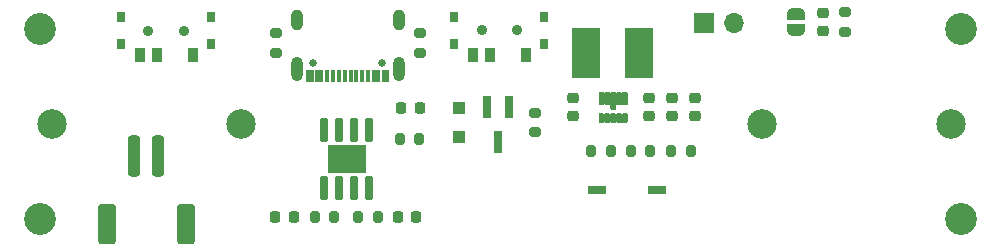
<source format=gbr>
%TF.GenerationSoftware,KiCad,Pcbnew,(6.0.11-0)*%
%TF.CreationDate,2024-11-14T16:08:27+08:00*%
%TF.ProjectId,Li-Po_charger,4c692d50-6f5f-4636-9861-726765722e6b,V1.0*%
%TF.SameCoordinates,Original*%
%TF.FileFunction,Soldermask,Top*%
%TF.FilePolarity,Negative*%
%FSLAX46Y46*%
G04 Gerber Fmt 4.6, Leading zero omitted, Abs format (unit mm)*
G04 Created by KiCad (PCBNEW (6.0.11-0)) date 2024-11-14 16:08:27*
%MOMM*%
%LPD*%
G01*
G04 APERTURE LIST*
G04 Aperture macros list*
%AMRoundRect*
0 Rectangle with rounded corners*
0 $1 Rounding radius*
0 $2 $3 $4 $5 $6 $7 $8 $9 X,Y pos of 4 corners*
0 Add a 4 corners polygon primitive as box body*
4,1,4,$2,$3,$4,$5,$6,$7,$8,$9,$2,$3,0*
0 Add four circle primitives for the rounded corners*
1,1,$1+$1,$2,$3*
1,1,$1+$1,$4,$5*
1,1,$1+$1,$6,$7*
1,1,$1+$1,$8,$9*
0 Add four rect primitives between the rounded corners*
20,1,$1+$1,$2,$3,$4,$5,0*
20,1,$1+$1,$4,$5,$6,$7,0*
20,1,$1+$1,$6,$7,$8,$9,0*
20,1,$1+$1,$8,$9,$2,$3,0*%
%AMFreePoly0*
4,1,22,0.500000,-0.750000,0.000000,-0.750000,0.000000,-0.745033,-0.079941,-0.743568,-0.215256,-0.701293,-0.333266,-0.622738,-0.424486,-0.514219,-0.481581,-0.384460,-0.499164,-0.250000,-0.500000,-0.250000,-0.500000,0.250000,-0.499164,0.250000,-0.499963,0.256109,-0.478152,0.396186,-0.417904,0.524511,-0.324060,0.630769,-0.204165,0.706417,-0.067858,0.745374,0.000000,0.744959,0.000000,0.750000,
0.500000,0.750000,0.500000,-0.750000,0.500000,-0.750000,$1*%
%AMFreePoly1*
4,1,20,0.000000,0.744959,0.073905,0.744508,0.209726,0.703889,0.328688,0.626782,0.421226,0.519385,0.479903,0.390333,0.500000,0.250000,0.500000,-0.250000,0.499851,-0.262216,0.476331,-0.402017,0.414519,-0.529596,0.319384,-0.634700,0.198574,-0.708877,0.061801,-0.746166,0.000000,-0.745033,0.000000,-0.750000,-0.500000,-0.750000,-0.500000,0.750000,0.000000,0.750000,0.000000,0.744959,
0.000000,0.744959,$1*%
G04 Aperture macros list end*
%ADD10C,0.010000*%
%ADD11RoundRect,0.200000X-0.200000X-0.275000X0.200000X-0.275000X0.200000X0.275000X-0.200000X0.275000X0*%
%ADD12RoundRect,0.218750X-0.256250X0.218750X-0.256250X-0.218750X0.256250X-0.218750X0.256250X0.218750X0*%
%ADD13R,1.700000X1.700000*%
%ADD14O,1.700000X1.700000*%
%ADD15RoundRect,0.200000X0.200000X0.275000X-0.200000X0.275000X-0.200000X-0.275000X0.200000X-0.275000X0*%
%ADD16RoundRect,0.225000X-0.250000X0.225000X-0.250000X-0.225000X0.250000X-0.225000X0.250000X0.225000X0*%
%ADD17RoundRect,0.042000X-0.258000X0.943000X-0.258000X-0.943000X0.258000X-0.943000X0.258000X0.943000X0*%
%ADD18R,3.302000X2.413000*%
%ADD19RoundRect,0.200000X-0.275000X0.200000X-0.275000X-0.200000X0.275000X-0.200000X0.275000X0.200000X0*%
%ADD20RoundRect,0.218750X0.218750X0.256250X-0.218750X0.256250X-0.218750X-0.256250X0.218750X-0.256250X0*%
%ADD21C,2.700000*%
%ADD22RoundRect,0.200000X0.275000X-0.200000X0.275000X0.200000X-0.275000X0.200000X-0.275000X-0.200000X0*%
%ADD23RoundRect,0.218750X-0.218750X-0.256250X0.218750X-0.256250X0.218750X0.256250X-0.218750X0.256250X0*%
%ADD24R,1.600000X0.760000*%
%ADD25R,0.800000X0.930000*%
%ADD26C,0.900000*%
%ADD27R,0.900000X1.250000*%
%ADD28R,1.000000X1.000000*%
%ADD29FreePoly0,90.000000*%
%ADD30FreePoly1,90.000000*%
%ADD31RoundRect,0.250000X-0.250000X-1.500000X0.250000X-1.500000X0.250000X1.500000X-0.250000X1.500000X0*%
%ADD32RoundRect,0.250001X-0.499999X-1.449999X0.499999X-1.449999X0.499999X1.449999X-0.499999X1.449999X0*%
%ADD33R,0.800000X1.900000*%
%ADD34R,2.400000X4.200000*%
%ADD35C,0.650000*%
%ADD36R,0.300000X1.140000*%
%ADD37O,1.000000X2.100000*%
%ADD38O,1.000000X1.800000*%
%ADD39RoundRect,0.225000X-0.225000X-0.250000X0.225000X-0.250000X0.225000X0.250000X-0.225000X0.250000X0*%
%ADD40C,2.500000*%
G04 APERTURE END LIST*
%TO.C,U2*%
G36*
X126588000Y-72131000D02*
G01*
X126594000Y-72131000D01*
X126600000Y-72133000D01*
X126606000Y-72134000D01*
X126624000Y-72140000D01*
X126629000Y-72143000D01*
X126635000Y-72146000D01*
X126640000Y-72149000D01*
X126646000Y-72153000D01*
X126651000Y-72157000D01*
X126655000Y-72161000D01*
X126660000Y-72165000D01*
X126664000Y-72170000D01*
X126668000Y-72174000D01*
X126672000Y-72179000D01*
X126676000Y-72185000D01*
X126679000Y-72190000D01*
X126682000Y-72196000D01*
X126685000Y-72201000D01*
X126691000Y-72219000D01*
X126692000Y-72225000D01*
X126694000Y-72231000D01*
X126694000Y-72237000D01*
X126695000Y-72244000D01*
X126695000Y-72756000D01*
X126694000Y-72763000D01*
X126694000Y-72769000D01*
X126692000Y-72775000D01*
X126691000Y-72781000D01*
X126685000Y-72799000D01*
X126682000Y-72804000D01*
X126679000Y-72810000D01*
X126676000Y-72815000D01*
X126672000Y-72821000D01*
X126668000Y-72826000D01*
X126664000Y-72830000D01*
X126660000Y-72835000D01*
X126655000Y-72839000D01*
X126651000Y-72843000D01*
X126646000Y-72847000D01*
X126640000Y-72851000D01*
X126635000Y-72854000D01*
X126629000Y-72857000D01*
X126624000Y-72860000D01*
X126606000Y-72866000D01*
X126600000Y-72867000D01*
X126594000Y-72869000D01*
X126588000Y-72869000D01*
X126581000Y-72870000D01*
X126419000Y-72870000D01*
X126412000Y-72869000D01*
X126406000Y-72869000D01*
X126400000Y-72867000D01*
X126394000Y-72866000D01*
X126376000Y-72860000D01*
X126371000Y-72857000D01*
X126365000Y-72854000D01*
X126360000Y-72851000D01*
X126354000Y-72847000D01*
X126349000Y-72843000D01*
X126345000Y-72839000D01*
X126340000Y-72835000D01*
X126336000Y-72830000D01*
X126332000Y-72826000D01*
X126328000Y-72821000D01*
X126324000Y-72815000D01*
X126321000Y-72810000D01*
X126318000Y-72804000D01*
X126315000Y-72799000D01*
X126309000Y-72781000D01*
X126308000Y-72775000D01*
X126306000Y-72769000D01*
X126306000Y-72763000D01*
X126305000Y-72756000D01*
X126305000Y-72244000D01*
X126306000Y-72237000D01*
X126306000Y-72231000D01*
X126308000Y-72225000D01*
X126309000Y-72219000D01*
X126315000Y-72201000D01*
X126318000Y-72196000D01*
X126321000Y-72190000D01*
X126324000Y-72185000D01*
X126328000Y-72179000D01*
X126332000Y-72174000D01*
X126336000Y-72170000D01*
X126340000Y-72165000D01*
X126345000Y-72161000D01*
X126349000Y-72157000D01*
X126354000Y-72153000D01*
X126360000Y-72149000D01*
X126365000Y-72146000D01*
X126371000Y-72143000D01*
X126376000Y-72140000D01*
X126394000Y-72134000D01*
X126400000Y-72133000D01*
X126406000Y-72131000D01*
X126412000Y-72131000D01*
X126419000Y-72130000D01*
X126581000Y-72130000D01*
X126588000Y-72131000D01*
G37*
D10*
X126588000Y-72131000D02*
X126594000Y-72131000D01*
X126600000Y-72133000D01*
X126606000Y-72134000D01*
X126624000Y-72140000D01*
X126629000Y-72143000D01*
X126635000Y-72146000D01*
X126640000Y-72149000D01*
X126646000Y-72153000D01*
X126651000Y-72157000D01*
X126655000Y-72161000D01*
X126660000Y-72165000D01*
X126664000Y-72170000D01*
X126668000Y-72174000D01*
X126672000Y-72179000D01*
X126676000Y-72185000D01*
X126679000Y-72190000D01*
X126682000Y-72196000D01*
X126685000Y-72201000D01*
X126691000Y-72219000D01*
X126692000Y-72225000D01*
X126694000Y-72231000D01*
X126694000Y-72237000D01*
X126695000Y-72244000D01*
X126695000Y-72756000D01*
X126694000Y-72763000D01*
X126694000Y-72769000D01*
X126692000Y-72775000D01*
X126691000Y-72781000D01*
X126685000Y-72799000D01*
X126682000Y-72804000D01*
X126679000Y-72810000D01*
X126676000Y-72815000D01*
X126672000Y-72821000D01*
X126668000Y-72826000D01*
X126664000Y-72830000D01*
X126660000Y-72835000D01*
X126655000Y-72839000D01*
X126651000Y-72843000D01*
X126646000Y-72847000D01*
X126640000Y-72851000D01*
X126635000Y-72854000D01*
X126629000Y-72857000D01*
X126624000Y-72860000D01*
X126606000Y-72866000D01*
X126600000Y-72867000D01*
X126594000Y-72869000D01*
X126588000Y-72869000D01*
X126581000Y-72870000D01*
X126419000Y-72870000D01*
X126412000Y-72869000D01*
X126406000Y-72869000D01*
X126400000Y-72867000D01*
X126394000Y-72866000D01*
X126376000Y-72860000D01*
X126371000Y-72857000D01*
X126365000Y-72854000D01*
X126360000Y-72851000D01*
X126354000Y-72847000D01*
X126349000Y-72843000D01*
X126345000Y-72839000D01*
X126340000Y-72835000D01*
X126336000Y-72830000D01*
X126332000Y-72826000D01*
X126328000Y-72821000D01*
X126324000Y-72815000D01*
X126321000Y-72810000D01*
X126318000Y-72804000D01*
X126315000Y-72799000D01*
X126309000Y-72781000D01*
X126308000Y-72775000D01*
X126306000Y-72769000D01*
X126306000Y-72763000D01*
X126305000Y-72756000D01*
X126305000Y-72244000D01*
X126306000Y-72237000D01*
X126306000Y-72231000D01*
X126308000Y-72225000D01*
X126309000Y-72219000D01*
X126315000Y-72201000D01*
X126318000Y-72196000D01*
X126321000Y-72190000D01*
X126324000Y-72185000D01*
X126328000Y-72179000D01*
X126332000Y-72174000D01*
X126336000Y-72170000D01*
X126340000Y-72165000D01*
X126345000Y-72161000D01*
X126349000Y-72157000D01*
X126354000Y-72153000D01*
X126360000Y-72149000D01*
X126365000Y-72146000D01*
X126371000Y-72143000D01*
X126376000Y-72140000D01*
X126394000Y-72134000D01*
X126400000Y-72133000D01*
X126406000Y-72131000D01*
X126412000Y-72131000D01*
X126419000Y-72130000D01*
X126581000Y-72130000D01*
X126588000Y-72131000D01*
G36*
X125588000Y-72131000D02*
G01*
X125594000Y-72131000D01*
X125600000Y-72133000D01*
X125606000Y-72134000D01*
X125624000Y-72140000D01*
X125629000Y-72143000D01*
X125635000Y-72146000D01*
X125640000Y-72149000D01*
X125646000Y-72153000D01*
X125651000Y-72157000D01*
X125655000Y-72161000D01*
X125660000Y-72165000D01*
X125664000Y-72170000D01*
X125668000Y-72174000D01*
X125672000Y-72179000D01*
X125676000Y-72185000D01*
X125679000Y-72190000D01*
X125682000Y-72196000D01*
X125685000Y-72201000D01*
X125691000Y-72219000D01*
X125692000Y-72225000D01*
X125694000Y-72231000D01*
X125694000Y-72237000D01*
X125695000Y-72244000D01*
X125695000Y-72756000D01*
X125694000Y-72763000D01*
X125694000Y-72769000D01*
X125692000Y-72775000D01*
X125691000Y-72781000D01*
X125685000Y-72799000D01*
X125682000Y-72804000D01*
X125679000Y-72810000D01*
X125676000Y-72815000D01*
X125672000Y-72821000D01*
X125668000Y-72826000D01*
X125664000Y-72830000D01*
X125660000Y-72835000D01*
X125655000Y-72839000D01*
X125651000Y-72843000D01*
X125646000Y-72847000D01*
X125640000Y-72851000D01*
X125635000Y-72854000D01*
X125629000Y-72857000D01*
X125624000Y-72860000D01*
X125606000Y-72866000D01*
X125600000Y-72867000D01*
X125594000Y-72869000D01*
X125588000Y-72869000D01*
X125581000Y-72870000D01*
X125419000Y-72870000D01*
X125412000Y-72869000D01*
X125406000Y-72869000D01*
X125400000Y-72867000D01*
X125394000Y-72866000D01*
X125376000Y-72860000D01*
X125371000Y-72857000D01*
X125365000Y-72854000D01*
X125360000Y-72851000D01*
X125354000Y-72847000D01*
X125349000Y-72843000D01*
X125345000Y-72839000D01*
X125340000Y-72835000D01*
X125336000Y-72830000D01*
X125332000Y-72826000D01*
X125328000Y-72821000D01*
X125324000Y-72815000D01*
X125321000Y-72810000D01*
X125318000Y-72804000D01*
X125315000Y-72799000D01*
X125309000Y-72781000D01*
X125308000Y-72775000D01*
X125306000Y-72769000D01*
X125306000Y-72763000D01*
X125305000Y-72756000D01*
X125305000Y-72244000D01*
X125306000Y-72237000D01*
X125306000Y-72231000D01*
X125308000Y-72225000D01*
X125309000Y-72219000D01*
X125315000Y-72201000D01*
X125318000Y-72196000D01*
X125321000Y-72190000D01*
X125324000Y-72185000D01*
X125328000Y-72179000D01*
X125332000Y-72174000D01*
X125336000Y-72170000D01*
X125340000Y-72165000D01*
X125345000Y-72161000D01*
X125349000Y-72157000D01*
X125354000Y-72153000D01*
X125360000Y-72149000D01*
X125365000Y-72146000D01*
X125371000Y-72143000D01*
X125376000Y-72140000D01*
X125394000Y-72134000D01*
X125400000Y-72133000D01*
X125406000Y-72131000D01*
X125412000Y-72131000D01*
X125419000Y-72130000D01*
X125581000Y-72130000D01*
X125588000Y-72131000D01*
G37*
X125588000Y-72131000D02*
X125594000Y-72131000D01*
X125600000Y-72133000D01*
X125606000Y-72134000D01*
X125624000Y-72140000D01*
X125629000Y-72143000D01*
X125635000Y-72146000D01*
X125640000Y-72149000D01*
X125646000Y-72153000D01*
X125651000Y-72157000D01*
X125655000Y-72161000D01*
X125660000Y-72165000D01*
X125664000Y-72170000D01*
X125668000Y-72174000D01*
X125672000Y-72179000D01*
X125676000Y-72185000D01*
X125679000Y-72190000D01*
X125682000Y-72196000D01*
X125685000Y-72201000D01*
X125691000Y-72219000D01*
X125692000Y-72225000D01*
X125694000Y-72231000D01*
X125694000Y-72237000D01*
X125695000Y-72244000D01*
X125695000Y-72756000D01*
X125694000Y-72763000D01*
X125694000Y-72769000D01*
X125692000Y-72775000D01*
X125691000Y-72781000D01*
X125685000Y-72799000D01*
X125682000Y-72804000D01*
X125679000Y-72810000D01*
X125676000Y-72815000D01*
X125672000Y-72821000D01*
X125668000Y-72826000D01*
X125664000Y-72830000D01*
X125660000Y-72835000D01*
X125655000Y-72839000D01*
X125651000Y-72843000D01*
X125646000Y-72847000D01*
X125640000Y-72851000D01*
X125635000Y-72854000D01*
X125629000Y-72857000D01*
X125624000Y-72860000D01*
X125606000Y-72866000D01*
X125600000Y-72867000D01*
X125594000Y-72869000D01*
X125588000Y-72869000D01*
X125581000Y-72870000D01*
X125419000Y-72870000D01*
X125412000Y-72869000D01*
X125406000Y-72869000D01*
X125400000Y-72867000D01*
X125394000Y-72866000D01*
X125376000Y-72860000D01*
X125371000Y-72857000D01*
X125365000Y-72854000D01*
X125360000Y-72851000D01*
X125354000Y-72847000D01*
X125349000Y-72843000D01*
X125345000Y-72839000D01*
X125340000Y-72835000D01*
X125336000Y-72830000D01*
X125332000Y-72826000D01*
X125328000Y-72821000D01*
X125324000Y-72815000D01*
X125321000Y-72810000D01*
X125318000Y-72804000D01*
X125315000Y-72799000D01*
X125309000Y-72781000D01*
X125308000Y-72775000D01*
X125306000Y-72769000D01*
X125306000Y-72763000D01*
X125305000Y-72756000D01*
X125305000Y-72244000D01*
X125306000Y-72237000D01*
X125306000Y-72231000D01*
X125308000Y-72225000D01*
X125309000Y-72219000D01*
X125315000Y-72201000D01*
X125318000Y-72196000D01*
X125321000Y-72190000D01*
X125324000Y-72185000D01*
X125328000Y-72179000D01*
X125332000Y-72174000D01*
X125336000Y-72170000D01*
X125340000Y-72165000D01*
X125345000Y-72161000D01*
X125349000Y-72157000D01*
X125354000Y-72153000D01*
X125360000Y-72149000D01*
X125365000Y-72146000D01*
X125371000Y-72143000D01*
X125376000Y-72140000D01*
X125394000Y-72134000D01*
X125400000Y-72133000D01*
X125406000Y-72131000D01*
X125412000Y-72131000D01*
X125419000Y-72130000D01*
X125581000Y-72130000D01*
X125588000Y-72131000D01*
G36*
X126588000Y-70331000D02*
G01*
X126594000Y-70331000D01*
X126600000Y-70333000D01*
X126606000Y-70334000D01*
X126624000Y-70340000D01*
X126629000Y-70343000D01*
X126635000Y-70346000D01*
X126640000Y-70349000D01*
X126646000Y-70353000D01*
X126651000Y-70357000D01*
X126655000Y-70361000D01*
X126660000Y-70365000D01*
X126664000Y-70370000D01*
X126668000Y-70374000D01*
X126672000Y-70379000D01*
X126676000Y-70385000D01*
X126679000Y-70390000D01*
X126682000Y-70396000D01*
X126685000Y-70401000D01*
X126691000Y-70419000D01*
X126692000Y-70425000D01*
X126694000Y-70431000D01*
X126694000Y-70437000D01*
X126695000Y-70444000D01*
X126695000Y-71656000D01*
X126694000Y-71663000D01*
X126694000Y-71669000D01*
X126692000Y-71675000D01*
X126691000Y-71681000D01*
X126685000Y-71699000D01*
X126682000Y-71704000D01*
X126679000Y-71710000D01*
X126676000Y-71715000D01*
X126672000Y-71721000D01*
X126668000Y-71726000D01*
X126664000Y-71730000D01*
X126660000Y-71735000D01*
X126655000Y-71739000D01*
X126651000Y-71743000D01*
X126646000Y-71747000D01*
X126640000Y-71751000D01*
X126635000Y-71754000D01*
X126629000Y-71757000D01*
X126624000Y-71760000D01*
X126606000Y-71766000D01*
X126600000Y-71767000D01*
X126594000Y-71769000D01*
X126588000Y-71769000D01*
X126581000Y-71770000D01*
X126419000Y-71770000D01*
X126412000Y-71769000D01*
X126406000Y-71769000D01*
X126400000Y-71767000D01*
X126394000Y-71766000D01*
X126376000Y-71760000D01*
X126371000Y-71757000D01*
X126365000Y-71754000D01*
X126360000Y-71751000D01*
X126354000Y-71747000D01*
X126349000Y-71743000D01*
X126345000Y-71739000D01*
X126340000Y-71735000D01*
X126336000Y-71730000D01*
X126332000Y-71726000D01*
X126328000Y-71721000D01*
X126324000Y-71715000D01*
X126321000Y-71710000D01*
X126318000Y-71704000D01*
X126315000Y-71699000D01*
X126309000Y-71681000D01*
X126308000Y-71675000D01*
X126306000Y-71669000D01*
X126306000Y-71663000D01*
X126305000Y-71656000D01*
X126305000Y-70444000D01*
X126306000Y-70437000D01*
X126306000Y-70431000D01*
X126308000Y-70425000D01*
X126309000Y-70419000D01*
X126315000Y-70401000D01*
X126318000Y-70396000D01*
X126321000Y-70390000D01*
X126324000Y-70385000D01*
X126328000Y-70379000D01*
X126332000Y-70374000D01*
X126336000Y-70370000D01*
X126340000Y-70365000D01*
X126345000Y-70361000D01*
X126349000Y-70357000D01*
X126354000Y-70353000D01*
X126360000Y-70349000D01*
X126365000Y-70346000D01*
X126371000Y-70343000D01*
X126376000Y-70340000D01*
X126394000Y-70334000D01*
X126400000Y-70333000D01*
X126406000Y-70331000D01*
X126412000Y-70331000D01*
X126419000Y-70330000D01*
X126581000Y-70330000D01*
X126588000Y-70331000D01*
G37*
X126588000Y-70331000D02*
X126594000Y-70331000D01*
X126600000Y-70333000D01*
X126606000Y-70334000D01*
X126624000Y-70340000D01*
X126629000Y-70343000D01*
X126635000Y-70346000D01*
X126640000Y-70349000D01*
X126646000Y-70353000D01*
X126651000Y-70357000D01*
X126655000Y-70361000D01*
X126660000Y-70365000D01*
X126664000Y-70370000D01*
X126668000Y-70374000D01*
X126672000Y-70379000D01*
X126676000Y-70385000D01*
X126679000Y-70390000D01*
X126682000Y-70396000D01*
X126685000Y-70401000D01*
X126691000Y-70419000D01*
X126692000Y-70425000D01*
X126694000Y-70431000D01*
X126694000Y-70437000D01*
X126695000Y-70444000D01*
X126695000Y-71656000D01*
X126694000Y-71663000D01*
X126694000Y-71669000D01*
X126692000Y-71675000D01*
X126691000Y-71681000D01*
X126685000Y-71699000D01*
X126682000Y-71704000D01*
X126679000Y-71710000D01*
X126676000Y-71715000D01*
X126672000Y-71721000D01*
X126668000Y-71726000D01*
X126664000Y-71730000D01*
X126660000Y-71735000D01*
X126655000Y-71739000D01*
X126651000Y-71743000D01*
X126646000Y-71747000D01*
X126640000Y-71751000D01*
X126635000Y-71754000D01*
X126629000Y-71757000D01*
X126624000Y-71760000D01*
X126606000Y-71766000D01*
X126600000Y-71767000D01*
X126594000Y-71769000D01*
X126588000Y-71769000D01*
X126581000Y-71770000D01*
X126419000Y-71770000D01*
X126412000Y-71769000D01*
X126406000Y-71769000D01*
X126400000Y-71767000D01*
X126394000Y-71766000D01*
X126376000Y-71760000D01*
X126371000Y-71757000D01*
X126365000Y-71754000D01*
X126360000Y-71751000D01*
X126354000Y-71747000D01*
X126349000Y-71743000D01*
X126345000Y-71739000D01*
X126340000Y-71735000D01*
X126336000Y-71730000D01*
X126332000Y-71726000D01*
X126328000Y-71721000D01*
X126324000Y-71715000D01*
X126321000Y-71710000D01*
X126318000Y-71704000D01*
X126315000Y-71699000D01*
X126309000Y-71681000D01*
X126308000Y-71675000D01*
X126306000Y-71669000D01*
X126306000Y-71663000D01*
X126305000Y-71656000D01*
X126305000Y-70444000D01*
X126306000Y-70437000D01*
X126306000Y-70431000D01*
X126308000Y-70425000D01*
X126309000Y-70419000D01*
X126315000Y-70401000D01*
X126318000Y-70396000D01*
X126321000Y-70390000D01*
X126324000Y-70385000D01*
X126328000Y-70379000D01*
X126332000Y-70374000D01*
X126336000Y-70370000D01*
X126340000Y-70365000D01*
X126345000Y-70361000D01*
X126349000Y-70357000D01*
X126354000Y-70353000D01*
X126360000Y-70349000D01*
X126365000Y-70346000D01*
X126371000Y-70343000D01*
X126376000Y-70340000D01*
X126394000Y-70334000D01*
X126400000Y-70333000D01*
X126406000Y-70331000D01*
X126412000Y-70331000D01*
X126419000Y-70330000D01*
X126581000Y-70330000D01*
X126588000Y-70331000D01*
G36*
X127588000Y-70331000D02*
G01*
X127594000Y-70331000D01*
X127600000Y-70333000D01*
X127606000Y-70334000D01*
X127624000Y-70340000D01*
X127629000Y-70343000D01*
X127635000Y-70346000D01*
X127640000Y-70349000D01*
X127646000Y-70353000D01*
X127651000Y-70357000D01*
X127655000Y-70361000D01*
X127660000Y-70365000D01*
X127664000Y-70370000D01*
X127668000Y-70374000D01*
X127672000Y-70379000D01*
X127676000Y-70385000D01*
X127679000Y-70390000D01*
X127682000Y-70396000D01*
X127685000Y-70401000D01*
X127691000Y-70419000D01*
X127692000Y-70425000D01*
X127694000Y-70431000D01*
X127694000Y-70437000D01*
X127695000Y-70444000D01*
X127695000Y-71256000D01*
X127694000Y-71263000D01*
X127694000Y-71269000D01*
X127692000Y-71275000D01*
X127691000Y-71281000D01*
X127685000Y-71299000D01*
X127682000Y-71304000D01*
X127679000Y-71310000D01*
X127676000Y-71315000D01*
X127672000Y-71321000D01*
X127668000Y-71326000D01*
X127664000Y-71330000D01*
X127660000Y-71335000D01*
X127655000Y-71339000D01*
X127651000Y-71343000D01*
X127646000Y-71347000D01*
X127640000Y-71351000D01*
X127635000Y-71354000D01*
X127629000Y-71357000D01*
X127624000Y-71360000D01*
X127606000Y-71366000D01*
X127600000Y-71367000D01*
X127594000Y-71369000D01*
X127588000Y-71369000D01*
X127581000Y-71370000D01*
X127419000Y-71370000D01*
X127412000Y-71369000D01*
X127406000Y-71369000D01*
X127400000Y-71367000D01*
X127394000Y-71366000D01*
X127376000Y-71360000D01*
X127371000Y-71357000D01*
X127365000Y-71354000D01*
X127360000Y-71351000D01*
X127354000Y-71347000D01*
X127349000Y-71343000D01*
X127345000Y-71339000D01*
X127340000Y-71335000D01*
X127336000Y-71330000D01*
X127332000Y-71326000D01*
X127328000Y-71321000D01*
X127324000Y-71315000D01*
X127321000Y-71310000D01*
X127318000Y-71304000D01*
X127315000Y-71299000D01*
X127309000Y-71281000D01*
X127308000Y-71275000D01*
X127306000Y-71269000D01*
X127306000Y-71263000D01*
X127305000Y-71256000D01*
X127305000Y-70444000D01*
X127306000Y-70437000D01*
X127306000Y-70431000D01*
X127308000Y-70425000D01*
X127309000Y-70419000D01*
X127315000Y-70401000D01*
X127318000Y-70396000D01*
X127321000Y-70390000D01*
X127324000Y-70385000D01*
X127328000Y-70379000D01*
X127332000Y-70374000D01*
X127336000Y-70370000D01*
X127340000Y-70365000D01*
X127345000Y-70361000D01*
X127349000Y-70357000D01*
X127354000Y-70353000D01*
X127360000Y-70349000D01*
X127365000Y-70346000D01*
X127371000Y-70343000D01*
X127376000Y-70340000D01*
X127394000Y-70334000D01*
X127400000Y-70333000D01*
X127406000Y-70331000D01*
X127412000Y-70331000D01*
X127419000Y-70330000D01*
X127581000Y-70330000D01*
X127588000Y-70331000D01*
G37*
X127588000Y-70331000D02*
X127594000Y-70331000D01*
X127600000Y-70333000D01*
X127606000Y-70334000D01*
X127624000Y-70340000D01*
X127629000Y-70343000D01*
X127635000Y-70346000D01*
X127640000Y-70349000D01*
X127646000Y-70353000D01*
X127651000Y-70357000D01*
X127655000Y-70361000D01*
X127660000Y-70365000D01*
X127664000Y-70370000D01*
X127668000Y-70374000D01*
X127672000Y-70379000D01*
X127676000Y-70385000D01*
X127679000Y-70390000D01*
X127682000Y-70396000D01*
X127685000Y-70401000D01*
X127691000Y-70419000D01*
X127692000Y-70425000D01*
X127694000Y-70431000D01*
X127694000Y-70437000D01*
X127695000Y-70444000D01*
X127695000Y-71256000D01*
X127694000Y-71263000D01*
X127694000Y-71269000D01*
X127692000Y-71275000D01*
X127691000Y-71281000D01*
X127685000Y-71299000D01*
X127682000Y-71304000D01*
X127679000Y-71310000D01*
X127676000Y-71315000D01*
X127672000Y-71321000D01*
X127668000Y-71326000D01*
X127664000Y-71330000D01*
X127660000Y-71335000D01*
X127655000Y-71339000D01*
X127651000Y-71343000D01*
X127646000Y-71347000D01*
X127640000Y-71351000D01*
X127635000Y-71354000D01*
X127629000Y-71357000D01*
X127624000Y-71360000D01*
X127606000Y-71366000D01*
X127600000Y-71367000D01*
X127594000Y-71369000D01*
X127588000Y-71369000D01*
X127581000Y-71370000D01*
X127419000Y-71370000D01*
X127412000Y-71369000D01*
X127406000Y-71369000D01*
X127400000Y-71367000D01*
X127394000Y-71366000D01*
X127376000Y-71360000D01*
X127371000Y-71357000D01*
X127365000Y-71354000D01*
X127360000Y-71351000D01*
X127354000Y-71347000D01*
X127349000Y-71343000D01*
X127345000Y-71339000D01*
X127340000Y-71335000D01*
X127336000Y-71330000D01*
X127332000Y-71326000D01*
X127328000Y-71321000D01*
X127324000Y-71315000D01*
X127321000Y-71310000D01*
X127318000Y-71304000D01*
X127315000Y-71299000D01*
X127309000Y-71281000D01*
X127308000Y-71275000D01*
X127306000Y-71269000D01*
X127306000Y-71263000D01*
X127305000Y-71256000D01*
X127305000Y-70444000D01*
X127306000Y-70437000D01*
X127306000Y-70431000D01*
X127308000Y-70425000D01*
X127309000Y-70419000D01*
X127315000Y-70401000D01*
X127318000Y-70396000D01*
X127321000Y-70390000D01*
X127324000Y-70385000D01*
X127328000Y-70379000D01*
X127332000Y-70374000D01*
X127336000Y-70370000D01*
X127340000Y-70365000D01*
X127345000Y-70361000D01*
X127349000Y-70357000D01*
X127354000Y-70353000D01*
X127360000Y-70349000D01*
X127365000Y-70346000D01*
X127371000Y-70343000D01*
X127376000Y-70340000D01*
X127394000Y-70334000D01*
X127400000Y-70333000D01*
X127406000Y-70331000D01*
X127412000Y-70331000D01*
X127419000Y-70330000D01*
X127581000Y-70330000D01*
X127588000Y-70331000D01*
G36*
X127588000Y-72131000D02*
G01*
X127594000Y-72131000D01*
X127600000Y-72133000D01*
X127606000Y-72134000D01*
X127624000Y-72140000D01*
X127629000Y-72143000D01*
X127635000Y-72146000D01*
X127640000Y-72149000D01*
X127646000Y-72153000D01*
X127651000Y-72157000D01*
X127655000Y-72161000D01*
X127660000Y-72165000D01*
X127664000Y-72170000D01*
X127668000Y-72174000D01*
X127672000Y-72179000D01*
X127676000Y-72185000D01*
X127679000Y-72190000D01*
X127682000Y-72196000D01*
X127685000Y-72201000D01*
X127691000Y-72219000D01*
X127692000Y-72225000D01*
X127694000Y-72231000D01*
X127694000Y-72237000D01*
X127695000Y-72244000D01*
X127695000Y-72756000D01*
X127694000Y-72763000D01*
X127694000Y-72769000D01*
X127692000Y-72775000D01*
X127691000Y-72781000D01*
X127685000Y-72799000D01*
X127682000Y-72804000D01*
X127679000Y-72810000D01*
X127676000Y-72815000D01*
X127672000Y-72821000D01*
X127668000Y-72826000D01*
X127664000Y-72830000D01*
X127660000Y-72835000D01*
X127655000Y-72839000D01*
X127651000Y-72843000D01*
X127646000Y-72847000D01*
X127640000Y-72851000D01*
X127635000Y-72854000D01*
X127629000Y-72857000D01*
X127624000Y-72860000D01*
X127606000Y-72866000D01*
X127600000Y-72867000D01*
X127594000Y-72869000D01*
X127588000Y-72869000D01*
X127581000Y-72870000D01*
X127419000Y-72870000D01*
X127412000Y-72869000D01*
X127406000Y-72869000D01*
X127400000Y-72867000D01*
X127394000Y-72866000D01*
X127376000Y-72860000D01*
X127371000Y-72857000D01*
X127365000Y-72854000D01*
X127360000Y-72851000D01*
X127354000Y-72847000D01*
X127349000Y-72843000D01*
X127345000Y-72839000D01*
X127340000Y-72835000D01*
X127336000Y-72830000D01*
X127332000Y-72826000D01*
X127328000Y-72821000D01*
X127324000Y-72815000D01*
X127321000Y-72810000D01*
X127318000Y-72804000D01*
X127315000Y-72799000D01*
X127309000Y-72781000D01*
X127308000Y-72775000D01*
X127306000Y-72769000D01*
X127306000Y-72763000D01*
X127305000Y-72756000D01*
X127305000Y-72244000D01*
X127306000Y-72237000D01*
X127306000Y-72231000D01*
X127308000Y-72225000D01*
X127309000Y-72219000D01*
X127315000Y-72201000D01*
X127318000Y-72196000D01*
X127321000Y-72190000D01*
X127324000Y-72185000D01*
X127328000Y-72179000D01*
X127332000Y-72174000D01*
X127336000Y-72170000D01*
X127340000Y-72165000D01*
X127345000Y-72161000D01*
X127349000Y-72157000D01*
X127354000Y-72153000D01*
X127360000Y-72149000D01*
X127365000Y-72146000D01*
X127371000Y-72143000D01*
X127376000Y-72140000D01*
X127394000Y-72134000D01*
X127400000Y-72133000D01*
X127406000Y-72131000D01*
X127412000Y-72131000D01*
X127419000Y-72130000D01*
X127581000Y-72130000D01*
X127588000Y-72131000D01*
G37*
X127588000Y-72131000D02*
X127594000Y-72131000D01*
X127600000Y-72133000D01*
X127606000Y-72134000D01*
X127624000Y-72140000D01*
X127629000Y-72143000D01*
X127635000Y-72146000D01*
X127640000Y-72149000D01*
X127646000Y-72153000D01*
X127651000Y-72157000D01*
X127655000Y-72161000D01*
X127660000Y-72165000D01*
X127664000Y-72170000D01*
X127668000Y-72174000D01*
X127672000Y-72179000D01*
X127676000Y-72185000D01*
X127679000Y-72190000D01*
X127682000Y-72196000D01*
X127685000Y-72201000D01*
X127691000Y-72219000D01*
X127692000Y-72225000D01*
X127694000Y-72231000D01*
X127694000Y-72237000D01*
X127695000Y-72244000D01*
X127695000Y-72756000D01*
X127694000Y-72763000D01*
X127694000Y-72769000D01*
X127692000Y-72775000D01*
X127691000Y-72781000D01*
X127685000Y-72799000D01*
X127682000Y-72804000D01*
X127679000Y-72810000D01*
X127676000Y-72815000D01*
X127672000Y-72821000D01*
X127668000Y-72826000D01*
X127664000Y-72830000D01*
X127660000Y-72835000D01*
X127655000Y-72839000D01*
X127651000Y-72843000D01*
X127646000Y-72847000D01*
X127640000Y-72851000D01*
X127635000Y-72854000D01*
X127629000Y-72857000D01*
X127624000Y-72860000D01*
X127606000Y-72866000D01*
X127600000Y-72867000D01*
X127594000Y-72869000D01*
X127588000Y-72869000D01*
X127581000Y-72870000D01*
X127419000Y-72870000D01*
X127412000Y-72869000D01*
X127406000Y-72869000D01*
X127400000Y-72867000D01*
X127394000Y-72866000D01*
X127376000Y-72860000D01*
X127371000Y-72857000D01*
X127365000Y-72854000D01*
X127360000Y-72851000D01*
X127354000Y-72847000D01*
X127349000Y-72843000D01*
X127345000Y-72839000D01*
X127340000Y-72835000D01*
X127336000Y-72830000D01*
X127332000Y-72826000D01*
X127328000Y-72821000D01*
X127324000Y-72815000D01*
X127321000Y-72810000D01*
X127318000Y-72804000D01*
X127315000Y-72799000D01*
X127309000Y-72781000D01*
X127308000Y-72775000D01*
X127306000Y-72769000D01*
X127306000Y-72763000D01*
X127305000Y-72756000D01*
X127305000Y-72244000D01*
X127306000Y-72237000D01*
X127306000Y-72231000D01*
X127308000Y-72225000D01*
X127309000Y-72219000D01*
X127315000Y-72201000D01*
X127318000Y-72196000D01*
X127321000Y-72190000D01*
X127324000Y-72185000D01*
X127328000Y-72179000D01*
X127332000Y-72174000D01*
X127336000Y-72170000D01*
X127340000Y-72165000D01*
X127345000Y-72161000D01*
X127349000Y-72157000D01*
X127354000Y-72153000D01*
X127360000Y-72149000D01*
X127365000Y-72146000D01*
X127371000Y-72143000D01*
X127376000Y-72140000D01*
X127394000Y-72134000D01*
X127400000Y-72133000D01*
X127406000Y-72131000D01*
X127412000Y-72131000D01*
X127419000Y-72130000D01*
X127581000Y-72130000D01*
X127588000Y-72131000D01*
G36*
X125588000Y-70331000D02*
G01*
X125594000Y-70331000D01*
X125600000Y-70333000D01*
X125606000Y-70334000D01*
X125624000Y-70340000D01*
X125629000Y-70343000D01*
X125635000Y-70346000D01*
X125640000Y-70349000D01*
X125646000Y-70353000D01*
X125651000Y-70357000D01*
X125655000Y-70361000D01*
X125660000Y-70365000D01*
X125664000Y-70370000D01*
X125668000Y-70374000D01*
X125672000Y-70379000D01*
X125676000Y-70385000D01*
X125679000Y-70390000D01*
X125682000Y-70396000D01*
X125685000Y-70401000D01*
X125691000Y-70419000D01*
X125692000Y-70425000D01*
X125694000Y-70431000D01*
X125694000Y-70437000D01*
X125695000Y-70444000D01*
X125695000Y-71256000D01*
X125694000Y-71263000D01*
X125694000Y-71269000D01*
X125692000Y-71275000D01*
X125691000Y-71281000D01*
X125685000Y-71299000D01*
X125682000Y-71304000D01*
X125679000Y-71310000D01*
X125676000Y-71315000D01*
X125672000Y-71321000D01*
X125668000Y-71326000D01*
X125664000Y-71330000D01*
X125660000Y-71335000D01*
X125655000Y-71339000D01*
X125651000Y-71343000D01*
X125646000Y-71347000D01*
X125640000Y-71351000D01*
X125635000Y-71354000D01*
X125629000Y-71357000D01*
X125624000Y-71360000D01*
X125606000Y-71366000D01*
X125600000Y-71367000D01*
X125594000Y-71369000D01*
X125588000Y-71369000D01*
X125581000Y-71370000D01*
X125419000Y-71370000D01*
X125412000Y-71369000D01*
X125406000Y-71369000D01*
X125400000Y-71367000D01*
X125394000Y-71366000D01*
X125376000Y-71360000D01*
X125371000Y-71357000D01*
X125365000Y-71354000D01*
X125360000Y-71351000D01*
X125354000Y-71347000D01*
X125349000Y-71343000D01*
X125345000Y-71339000D01*
X125340000Y-71335000D01*
X125336000Y-71330000D01*
X125332000Y-71326000D01*
X125328000Y-71321000D01*
X125324000Y-71315000D01*
X125321000Y-71310000D01*
X125318000Y-71304000D01*
X125315000Y-71299000D01*
X125309000Y-71281000D01*
X125308000Y-71275000D01*
X125306000Y-71269000D01*
X125306000Y-71263000D01*
X125305000Y-71256000D01*
X125305000Y-70444000D01*
X125306000Y-70437000D01*
X125306000Y-70431000D01*
X125308000Y-70425000D01*
X125309000Y-70419000D01*
X125315000Y-70401000D01*
X125318000Y-70396000D01*
X125321000Y-70390000D01*
X125324000Y-70385000D01*
X125328000Y-70379000D01*
X125332000Y-70374000D01*
X125336000Y-70370000D01*
X125340000Y-70365000D01*
X125345000Y-70361000D01*
X125349000Y-70357000D01*
X125354000Y-70353000D01*
X125360000Y-70349000D01*
X125365000Y-70346000D01*
X125371000Y-70343000D01*
X125376000Y-70340000D01*
X125394000Y-70334000D01*
X125400000Y-70333000D01*
X125406000Y-70331000D01*
X125412000Y-70331000D01*
X125419000Y-70330000D01*
X125581000Y-70330000D01*
X125588000Y-70331000D01*
G37*
X125588000Y-70331000D02*
X125594000Y-70331000D01*
X125600000Y-70333000D01*
X125606000Y-70334000D01*
X125624000Y-70340000D01*
X125629000Y-70343000D01*
X125635000Y-70346000D01*
X125640000Y-70349000D01*
X125646000Y-70353000D01*
X125651000Y-70357000D01*
X125655000Y-70361000D01*
X125660000Y-70365000D01*
X125664000Y-70370000D01*
X125668000Y-70374000D01*
X125672000Y-70379000D01*
X125676000Y-70385000D01*
X125679000Y-70390000D01*
X125682000Y-70396000D01*
X125685000Y-70401000D01*
X125691000Y-70419000D01*
X125692000Y-70425000D01*
X125694000Y-70431000D01*
X125694000Y-70437000D01*
X125695000Y-70444000D01*
X125695000Y-71256000D01*
X125694000Y-71263000D01*
X125694000Y-71269000D01*
X125692000Y-71275000D01*
X125691000Y-71281000D01*
X125685000Y-71299000D01*
X125682000Y-71304000D01*
X125679000Y-71310000D01*
X125676000Y-71315000D01*
X125672000Y-71321000D01*
X125668000Y-71326000D01*
X125664000Y-71330000D01*
X125660000Y-71335000D01*
X125655000Y-71339000D01*
X125651000Y-71343000D01*
X125646000Y-71347000D01*
X125640000Y-71351000D01*
X125635000Y-71354000D01*
X125629000Y-71357000D01*
X125624000Y-71360000D01*
X125606000Y-71366000D01*
X125600000Y-71367000D01*
X125594000Y-71369000D01*
X125588000Y-71369000D01*
X125581000Y-71370000D01*
X125419000Y-71370000D01*
X125412000Y-71369000D01*
X125406000Y-71369000D01*
X125400000Y-71367000D01*
X125394000Y-71366000D01*
X125376000Y-71360000D01*
X125371000Y-71357000D01*
X125365000Y-71354000D01*
X125360000Y-71351000D01*
X125354000Y-71347000D01*
X125349000Y-71343000D01*
X125345000Y-71339000D01*
X125340000Y-71335000D01*
X125336000Y-71330000D01*
X125332000Y-71326000D01*
X125328000Y-71321000D01*
X125324000Y-71315000D01*
X125321000Y-71310000D01*
X125318000Y-71304000D01*
X125315000Y-71299000D01*
X125309000Y-71281000D01*
X125308000Y-71275000D01*
X125306000Y-71269000D01*
X125306000Y-71263000D01*
X125305000Y-71256000D01*
X125305000Y-70444000D01*
X125306000Y-70437000D01*
X125306000Y-70431000D01*
X125308000Y-70425000D01*
X125309000Y-70419000D01*
X125315000Y-70401000D01*
X125318000Y-70396000D01*
X125321000Y-70390000D01*
X125324000Y-70385000D01*
X125328000Y-70379000D01*
X125332000Y-70374000D01*
X125336000Y-70370000D01*
X125340000Y-70365000D01*
X125345000Y-70361000D01*
X125349000Y-70357000D01*
X125354000Y-70353000D01*
X125360000Y-70349000D01*
X125365000Y-70346000D01*
X125371000Y-70343000D01*
X125376000Y-70340000D01*
X125394000Y-70334000D01*
X125400000Y-70333000D01*
X125406000Y-70331000D01*
X125412000Y-70331000D01*
X125419000Y-70330000D01*
X125581000Y-70330000D01*
X125588000Y-70331000D01*
G36*
X126088000Y-72131000D02*
G01*
X126094000Y-72131000D01*
X126100000Y-72133000D01*
X126106000Y-72134000D01*
X126124000Y-72140000D01*
X126129000Y-72143000D01*
X126135000Y-72146000D01*
X126140000Y-72149000D01*
X126146000Y-72153000D01*
X126151000Y-72157000D01*
X126155000Y-72161000D01*
X126160000Y-72165000D01*
X126164000Y-72170000D01*
X126168000Y-72174000D01*
X126172000Y-72179000D01*
X126176000Y-72185000D01*
X126179000Y-72190000D01*
X126182000Y-72196000D01*
X126185000Y-72201000D01*
X126191000Y-72219000D01*
X126192000Y-72225000D01*
X126194000Y-72231000D01*
X126194000Y-72237000D01*
X126195000Y-72244000D01*
X126195000Y-72756000D01*
X126194000Y-72763000D01*
X126194000Y-72769000D01*
X126192000Y-72775000D01*
X126191000Y-72781000D01*
X126185000Y-72799000D01*
X126182000Y-72804000D01*
X126179000Y-72810000D01*
X126176000Y-72815000D01*
X126172000Y-72821000D01*
X126168000Y-72826000D01*
X126164000Y-72830000D01*
X126160000Y-72835000D01*
X126155000Y-72839000D01*
X126151000Y-72843000D01*
X126146000Y-72847000D01*
X126140000Y-72851000D01*
X126135000Y-72854000D01*
X126129000Y-72857000D01*
X126124000Y-72860000D01*
X126106000Y-72866000D01*
X126100000Y-72867000D01*
X126094000Y-72869000D01*
X126088000Y-72869000D01*
X126081000Y-72870000D01*
X125919000Y-72870000D01*
X125912000Y-72869000D01*
X125906000Y-72869000D01*
X125900000Y-72867000D01*
X125894000Y-72866000D01*
X125876000Y-72860000D01*
X125871000Y-72857000D01*
X125865000Y-72854000D01*
X125860000Y-72851000D01*
X125854000Y-72847000D01*
X125849000Y-72843000D01*
X125845000Y-72839000D01*
X125840000Y-72835000D01*
X125836000Y-72830000D01*
X125832000Y-72826000D01*
X125828000Y-72821000D01*
X125824000Y-72815000D01*
X125821000Y-72810000D01*
X125818000Y-72804000D01*
X125815000Y-72799000D01*
X125809000Y-72781000D01*
X125808000Y-72775000D01*
X125806000Y-72769000D01*
X125806000Y-72763000D01*
X125805000Y-72756000D01*
X125805000Y-72244000D01*
X125806000Y-72237000D01*
X125806000Y-72231000D01*
X125808000Y-72225000D01*
X125809000Y-72219000D01*
X125815000Y-72201000D01*
X125818000Y-72196000D01*
X125821000Y-72190000D01*
X125824000Y-72185000D01*
X125828000Y-72179000D01*
X125832000Y-72174000D01*
X125836000Y-72170000D01*
X125840000Y-72165000D01*
X125845000Y-72161000D01*
X125849000Y-72157000D01*
X125854000Y-72153000D01*
X125860000Y-72149000D01*
X125865000Y-72146000D01*
X125871000Y-72143000D01*
X125876000Y-72140000D01*
X125894000Y-72134000D01*
X125900000Y-72133000D01*
X125906000Y-72131000D01*
X125912000Y-72131000D01*
X125919000Y-72130000D01*
X126081000Y-72130000D01*
X126088000Y-72131000D01*
G37*
X126088000Y-72131000D02*
X126094000Y-72131000D01*
X126100000Y-72133000D01*
X126106000Y-72134000D01*
X126124000Y-72140000D01*
X126129000Y-72143000D01*
X126135000Y-72146000D01*
X126140000Y-72149000D01*
X126146000Y-72153000D01*
X126151000Y-72157000D01*
X126155000Y-72161000D01*
X126160000Y-72165000D01*
X126164000Y-72170000D01*
X126168000Y-72174000D01*
X126172000Y-72179000D01*
X126176000Y-72185000D01*
X126179000Y-72190000D01*
X126182000Y-72196000D01*
X126185000Y-72201000D01*
X126191000Y-72219000D01*
X126192000Y-72225000D01*
X126194000Y-72231000D01*
X126194000Y-72237000D01*
X126195000Y-72244000D01*
X126195000Y-72756000D01*
X126194000Y-72763000D01*
X126194000Y-72769000D01*
X126192000Y-72775000D01*
X126191000Y-72781000D01*
X126185000Y-72799000D01*
X126182000Y-72804000D01*
X126179000Y-72810000D01*
X126176000Y-72815000D01*
X126172000Y-72821000D01*
X126168000Y-72826000D01*
X126164000Y-72830000D01*
X126160000Y-72835000D01*
X126155000Y-72839000D01*
X126151000Y-72843000D01*
X126146000Y-72847000D01*
X126140000Y-72851000D01*
X126135000Y-72854000D01*
X126129000Y-72857000D01*
X126124000Y-72860000D01*
X126106000Y-72866000D01*
X126100000Y-72867000D01*
X126094000Y-72869000D01*
X126088000Y-72869000D01*
X126081000Y-72870000D01*
X125919000Y-72870000D01*
X125912000Y-72869000D01*
X125906000Y-72869000D01*
X125900000Y-72867000D01*
X125894000Y-72866000D01*
X125876000Y-72860000D01*
X125871000Y-72857000D01*
X125865000Y-72854000D01*
X125860000Y-72851000D01*
X125854000Y-72847000D01*
X125849000Y-72843000D01*
X125845000Y-72839000D01*
X125840000Y-72835000D01*
X125836000Y-72830000D01*
X125832000Y-72826000D01*
X125828000Y-72821000D01*
X125824000Y-72815000D01*
X125821000Y-72810000D01*
X125818000Y-72804000D01*
X125815000Y-72799000D01*
X125809000Y-72781000D01*
X125808000Y-72775000D01*
X125806000Y-72769000D01*
X125806000Y-72763000D01*
X125805000Y-72756000D01*
X125805000Y-72244000D01*
X125806000Y-72237000D01*
X125806000Y-72231000D01*
X125808000Y-72225000D01*
X125809000Y-72219000D01*
X125815000Y-72201000D01*
X125818000Y-72196000D01*
X125821000Y-72190000D01*
X125824000Y-72185000D01*
X125828000Y-72179000D01*
X125832000Y-72174000D01*
X125836000Y-72170000D01*
X125840000Y-72165000D01*
X125845000Y-72161000D01*
X125849000Y-72157000D01*
X125854000Y-72153000D01*
X125860000Y-72149000D01*
X125865000Y-72146000D01*
X125871000Y-72143000D01*
X125876000Y-72140000D01*
X125894000Y-72134000D01*
X125900000Y-72133000D01*
X125906000Y-72131000D01*
X125912000Y-72131000D01*
X125919000Y-72130000D01*
X126081000Y-72130000D01*
X126088000Y-72131000D01*
G36*
X126088000Y-70331000D02*
G01*
X126094000Y-70331000D01*
X126100000Y-70333000D01*
X126106000Y-70334000D01*
X126124000Y-70340000D01*
X126129000Y-70343000D01*
X126135000Y-70346000D01*
X126140000Y-70349000D01*
X126146000Y-70353000D01*
X126151000Y-70357000D01*
X126155000Y-70361000D01*
X126160000Y-70365000D01*
X126164000Y-70370000D01*
X126168000Y-70374000D01*
X126172000Y-70379000D01*
X126176000Y-70385000D01*
X126179000Y-70390000D01*
X126182000Y-70396000D01*
X126185000Y-70401000D01*
X126191000Y-70419000D01*
X126192000Y-70425000D01*
X126194000Y-70431000D01*
X126194000Y-70437000D01*
X126195000Y-70444000D01*
X126195000Y-71256000D01*
X126194000Y-71263000D01*
X126194000Y-71269000D01*
X126192000Y-71275000D01*
X126191000Y-71281000D01*
X126185000Y-71299000D01*
X126182000Y-71304000D01*
X126179000Y-71310000D01*
X126176000Y-71315000D01*
X126172000Y-71321000D01*
X126168000Y-71326000D01*
X126164000Y-71330000D01*
X126160000Y-71335000D01*
X126155000Y-71339000D01*
X126151000Y-71343000D01*
X126146000Y-71347000D01*
X126140000Y-71351000D01*
X126135000Y-71354000D01*
X126129000Y-71357000D01*
X126124000Y-71360000D01*
X126106000Y-71366000D01*
X126100000Y-71367000D01*
X126094000Y-71369000D01*
X126088000Y-71369000D01*
X126081000Y-71370000D01*
X125919000Y-71370000D01*
X125912000Y-71369000D01*
X125906000Y-71369000D01*
X125900000Y-71367000D01*
X125894000Y-71366000D01*
X125876000Y-71360000D01*
X125871000Y-71357000D01*
X125865000Y-71354000D01*
X125860000Y-71351000D01*
X125854000Y-71347000D01*
X125849000Y-71343000D01*
X125845000Y-71339000D01*
X125840000Y-71335000D01*
X125836000Y-71330000D01*
X125832000Y-71326000D01*
X125828000Y-71321000D01*
X125824000Y-71315000D01*
X125821000Y-71310000D01*
X125818000Y-71304000D01*
X125815000Y-71299000D01*
X125809000Y-71281000D01*
X125808000Y-71275000D01*
X125806000Y-71269000D01*
X125806000Y-71263000D01*
X125805000Y-71256000D01*
X125805000Y-70444000D01*
X125806000Y-70437000D01*
X125806000Y-70431000D01*
X125808000Y-70425000D01*
X125809000Y-70419000D01*
X125815000Y-70401000D01*
X125818000Y-70396000D01*
X125821000Y-70390000D01*
X125824000Y-70385000D01*
X125828000Y-70379000D01*
X125832000Y-70374000D01*
X125836000Y-70370000D01*
X125840000Y-70365000D01*
X125845000Y-70361000D01*
X125849000Y-70357000D01*
X125854000Y-70353000D01*
X125860000Y-70349000D01*
X125865000Y-70346000D01*
X125871000Y-70343000D01*
X125876000Y-70340000D01*
X125894000Y-70334000D01*
X125900000Y-70333000D01*
X125906000Y-70331000D01*
X125912000Y-70331000D01*
X125919000Y-70330000D01*
X126081000Y-70330000D01*
X126088000Y-70331000D01*
G37*
X126088000Y-70331000D02*
X126094000Y-70331000D01*
X126100000Y-70333000D01*
X126106000Y-70334000D01*
X126124000Y-70340000D01*
X126129000Y-70343000D01*
X126135000Y-70346000D01*
X126140000Y-70349000D01*
X126146000Y-70353000D01*
X126151000Y-70357000D01*
X126155000Y-70361000D01*
X126160000Y-70365000D01*
X126164000Y-70370000D01*
X126168000Y-70374000D01*
X126172000Y-70379000D01*
X126176000Y-70385000D01*
X126179000Y-70390000D01*
X126182000Y-70396000D01*
X126185000Y-70401000D01*
X126191000Y-70419000D01*
X126192000Y-70425000D01*
X126194000Y-70431000D01*
X126194000Y-70437000D01*
X126195000Y-70444000D01*
X126195000Y-71256000D01*
X126194000Y-71263000D01*
X126194000Y-71269000D01*
X126192000Y-71275000D01*
X126191000Y-71281000D01*
X126185000Y-71299000D01*
X126182000Y-71304000D01*
X126179000Y-71310000D01*
X126176000Y-71315000D01*
X126172000Y-71321000D01*
X126168000Y-71326000D01*
X126164000Y-71330000D01*
X126160000Y-71335000D01*
X126155000Y-71339000D01*
X126151000Y-71343000D01*
X126146000Y-71347000D01*
X126140000Y-71351000D01*
X126135000Y-71354000D01*
X126129000Y-71357000D01*
X126124000Y-71360000D01*
X126106000Y-71366000D01*
X126100000Y-71367000D01*
X126094000Y-71369000D01*
X126088000Y-71369000D01*
X126081000Y-71370000D01*
X125919000Y-71370000D01*
X125912000Y-71369000D01*
X125906000Y-71369000D01*
X125900000Y-71367000D01*
X125894000Y-71366000D01*
X125876000Y-71360000D01*
X125871000Y-71357000D01*
X125865000Y-71354000D01*
X125860000Y-71351000D01*
X125854000Y-71347000D01*
X125849000Y-71343000D01*
X125845000Y-71339000D01*
X125840000Y-71335000D01*
X125836000Y-71330000D01*
X125832000Y-71326000D01*
X125828000Y-71321000D01*
X125824000Y-71315000D01*
X125821000Y-71310000D01*
X125818000Y-71304000D01*
X125815000Y-71299000D01*
X125809000Y-71281000D01*
X125808000Y-71275000D01*
X125806000Y-71269000D01*
X125806000Y-71263000D01*
X125805000Y-71256000D01*
X125805000Y-70444000D01*
X125806000Y-70437000D01*
X125806000Y-70431000D01*
X125808000Y-70425000D01*
X125809000Y-70419000D01*
X125815000Y-70401000D01*
X125818000Y-70396000D01*
X125821000Y-70390000D01*
X125824000Y-70385000D01*
X125828000Y-70379000D01*
X125832000Y-70374000D01*
X125836000Y-70370000D01*
X125840000Y-70365000D01*
X125845000Y-70361000D01*
X125849000Y-70357000D01*
X125854000Y-70353000D01*
X125860000Y-70349000D01*
X125865000Y-70346000D01*
X125871000Y-70343000D01*
X125876000Y-70340000D01*
X125894000Y-70334000D01*
X125900000Y-70333000D01*
X125906000Y-70331000D01*
X125912000Y-70331000D01*
X125919000Y-70330000D01*
X126081000Y-70330000D01*
X126088000Y-70331000D01*
G36*
X127088000Y-72131000D02*
G01*
X127094000Y-72131000D01*
X127100000Y-72133000D01*
X127106000Y-72134000D01*
X127124000Y-72140000D01*
X127129000Y-72143000D01*
X127135000Y-72146000D01*
X127140000Y-72149000D01*
X127146000Y-72153000D01*
X127151000Y-72157000D01*
X127155000Y-72161000D01*
X127160000Y-72165000D01*
X127164000Y-72170000D01*
X127168000Y-72174000D01*
X127172000Y-72179000D01*
X127176000Y-72185000D01*
X127179000Y-72190000D01*
X127182000Y-72196000D01*
X127185000Y-72201000D01*
X127191000Y-72219000D01*
X127192000Y-72225000D01*
X127194000Y-72231000D01*
X127194000Y-72237000D01*
X127195000Y-72244000D01*
X127195000Y-72756000D01*
X127194000Y-72763000D01*
X127194000Y-72769000D01*
X127192000Y-72775000D01*
X127191000Y-72781000D01*
X127185000Y-72799000D01*
X127182000Y-72804000D01*
X127179000Y-72810000D01*
X127176000Y-72815000D01*
X127172000Y-72821000D01*
X127168000Y-72826000D01*
X127164000Y-72830000D01*
X127160000Y-72835000D01*
X127155000Y-72839000D01*
X127151000Y-72843000D01*
X127146000Y-72847000D01*
X127140000Y-72851000D01*
X127135000Y-72854000D01*
X127129000Y-72857000D01*
X127124000Y-72860000D01*
X127106000Y-72866000D01*
X127100000Y-72867000D01*
X127094000Y-72869000D01*
X127088000Y-72869000D01*
X127081000Y-72870000D01*
X126919000Y-72870000D01*
X126912000Y-72869000D01*
X126906000Y-72869000D01*
X126900000Y-72867000D01*
X126894000Y-72866000D01*
X126876000Y-72860000D01*
X126871000Y-72857000D01*
X126865000Y-72854000D01*
X126860000Y-72851000D01*
X126854000Y-72847000D01*
X126849000Y-72843000D01*
X126845000Y-72839000D01*
X126840000Y-72835000D01*
X126836000Y-72830000D01*
X126832000Y-72826000D01*
X126828000Y-72821000D01*
X126824000Y-72815000D01*
X126821000Y-72810000D01*
X126818000Y-72804000D01*
X126815000Y-72799000D01*
X126809000Y-72781000D01*
X126808000Y-72775000D01*
X126806000Y-72769000D01*
X126806000Y-72763000D01*
X126805000Y-72756000D01*
X126805000Y-72244000D01*
X126806000Y-72237000D01*
X126806000Y-72231000D01*
X126808000Y-72225000D01*
X126809000Y-72219000D01*
X126815000Y-72201000D01*
X126818000Y-72196000D01*
X126821000Y-72190000D01*
X126824000Y-72185000D01*
X126828000Y-72179000D01*
X126832000Y-72174000D01*
X126836000Y-72170000D01*
X126840000Y-72165000D01*
X126845000Y-72161000D01*
X126849000Y-72157000D01*
X126854000Y-72153000D01*
X126860000Y-72149000D01*
X126865000Y-72146000D01*
X126871000Y-72143000D01*
X126876000Y-72140000D01*
X126894000Y-72134000D01*
X126900000Y-72133000D01*
X126906000Y-72131000D01*
X126912000Y-72131000D01*
X126919000Y-72130000D01*
X127081000Y-72130000D01*
X127088000Y-72131000D01*
G37*
X127088000Y-72131000D02*
X127094000Y-72131000D01*
X127100000Y-72133000D01*
X127106000Y-72134000D01*
X127124000Y-72140000D01*
X127129000Y-72143000D01*
X127135000Y-72146000D01*
X127140000Y-72149000D01*
X127146000Y-72153000D01*
X127151000Y-72157000D01*
X127155000Y-72161000D01*
X127160000Y-72165000D01*
X127164000Y-72170000D01*
X127168000Y-72174000D01*
X127172000Y-72179000D01*
X127176000Y-72185000D01*
X127179000Y-72190000D01*
X127182000Y-72196000D01*
X127185000Y-72201000D01*
X127191000Y-72219000D01*
X127192000Y-72225000D01*
X127194000Y-72231000D01*
X127194000Y-72237000D01*
X127195000Y-72244000D01*
X127195000Y-72756000D01*
X127194000Y-72763000D01*
X127194000Y-72769000D01*
X127192000Y-72775000D01*
X127191000Y-72781000D01*
X127185000Y-72799000D01*
X127182000Y-72804000D01*
X127179000Y-72810000D01*
X127176000Y-72815000D01*
X127172000Y-72821000D01*
X127168000Y-72826000D01*
X127164000Y-72830000D01*
X127160000Y-72835000D01*
X127155000Y-72839000D01*
X127151000Y-72843000D01*
X127146000Y-72847000D01*
X127140000Y-72851000D01*
X127135000Y-72854000D01*
X127129000Y-72857000D01*
X127124000Y-72860000D01*
X127106000Y-72866000D01*
X127100000Y-72867000D01*
X127094000Y-72869000D01*
X127088000Y-72869000D01*
X127081000Y-72870000D01*
X126919000Y-72870000D01*
X126912000Y-72869000D01*
X126906000Y-72869000D01*
X126900000Y-72867000D01*
X126894000Y-72866000D01*
X126876000Y-72860000D01*
X126871000Y-72857000D01*
X126865000Y-72854000D01*
X126860000Y-72851000D01*
X126854000Y-72847000D01*
X126849000Y-72843000D01*
X126845000Y-72839000D01*
X126840000Y-72835000D01*
X126836000Y-72830000D01*
X126832000Y-72826000D01*
X126828000Y-72821000D01*
X126824000Y-72815000D01*
X126821000Y-72810000D01*
X126818000Y-72804000D01*
X126815000Y-72799000D01*
X126809000Y-72781000D01*
X126808000Y-72775000D01*
X126806000Y-72769000D01*
X126806000Y-72763000D01*
X126805000Y-72756000D01*
X126805000Y-72244000D01*
X126806000Y-72237000D01*
X126806000Y-72231000D01*
X126808000Y-72225000D01*
X126809000Y-72219000D01*
X126815000Y-72201000D01*
X126818000Y-72196000D01*
X126821000Y-72190000D01*
X126824000Y-72185000D01*
X126828000Y-72179000D01*
X126832000Y-72174000D01*
X126836000Y-72170000D01*
X126840000Y-72165000D01*
X126845000Y-72161000D01*
X126849000Y-72157000D01*
X126854000Y-72153000D01*
X126860000Y-72149000D01*
X126865000Y-72146000D01*
X126871000Y-72143000D01*
X126876000Y-72140000D01*
X126894000Y-72134000D01*
X126900000Y-72133000D01*
X126906000Y-72131000D01*
X126912000Y-72131000D01*
X126919000Y-72130000D01*
X127081000Y-72130000D01*
X127088000Y-72131000D01*
G36*
X127088000Y-70331000D02*
G01*
X127094000Y-70331000D01*
X127100000Y-70333000D01*
X127106000Y-70334000D01*
X127124000Y-70340000D01*
X127129000Y-70343000D01*
X127135000Y-70346000D01*
X127140000Y-70349000D01*
X127146000Y-70353000D01*
X127151000Y-70357000D01*
X127155000Y-70361000D01*
X127160000Y-70365000D01*
X127164000Y-70370000D01*
X127168000Y-70374000D01*
X127172000Y-70379000D01*
X127176000Y-70385000D01*
X127179000Y-70390000D01*
X127182000Y-70396000D01*
X127185000Y-70401000D01*
X127191000Y-70419000D01*
X127192000Y-70425000D01*
X127194000Y-70431000D01*
X127194000Y-70437000D01*
X127195000Y-70444000D01*
X127195000Y-71256000D01*
X127194000Y-71263000D01*
X127194000Y-71269000D01*
X127192000Y-71275000D01*
X127191000Y-71281000D01*
X127185000Y-71299000D01*
X127182000Y-71304000D01*
X127179000Y-71310000D01*
X127176000Y-71315000D01*
X127172000Y-71321000D01*
X127168000Y-71326000D01*
X127164000Y-71330000D01*
X127160000Y-71335000D01*
X127155000Y-71339000D01*
X127151000Y-71343000D01*
X127146000Y-71347000D01*
X127140000Y-71351000D01*
X127135000Y-71354000D01*
X127129000Y-71357000D01*
X127124000Y-71360000D01*
X127106000Y-71366000D01*
X127100000Y-71367000D01*
X127094000Y-71369000D01*
X127088000Y-71369000D01*
X127081000Y-71370000D01*
X126919000Y-71370000D01*
X126912000Y-71369000D01*
X126906000Y-71369000D01*
X126900000Y-71367000D01*
X126894000Y-71366000D01*
X126876000Y-71360000D01*
X126871000Y-71357000D01*
X126865000Y-71354000D01*
X126860000Y-71351000D01*
X126854000Y-71347000D01*
X126849000Y-71343000D01*
X126845000Y-71339000D01*
X126840000Y-71335000D01*
X126836000Y-71330000D01*
X126832000Y-71326000D01*
X126828000Y-71321000D01*
X126824000Y-71315000D01*
X126821000Y-71310000D01*
X126818000Y-71304000D01*
X126815000Y-71299000D01*
X126809000Y-71281000D01*
X126808000Y-71275000D01*
X126806000Y-71269000D01*
X126806000Y-71263000D01*
X126805000Y-71256000D01*
X126805000Y-70444000D01*
X126806000Y-70437000D01*
X126806000Y-70431000D01*
X126808000Y-70425000D01*
X126809000Y-70419000D01*
X126815000Y-70401000D01*
X126818000Y-70396000D01*
X126821000Y-70390000D01*
X126824000Y-70385000D01*
X126828000Y-70379000D01*
X126832000Y-70374000D01*
X126836000Y-70370000D01*
X126840000Y-70365000D01*
X126845000Y-70361000D01*
X126849000Y-70357000D01*
X126854000Y-70353000D01*
X126860000Y-70349000D01*
X126865000Y-70346000D01*
X126871000Y-70343000D01*
X126876000Y-70340000D01*
X126894000Y-70334000D01*
X126900000Y-70333000D01*
X126906000Y-70331000D01*
X126912000Y-70331000D01*
X126919000Y-70330000D01*
X127081000Y-70330000D01*
X127088000Y-70331000D01*
G37*
X127088000Y-70331000D02*
X127094000Y-70331000D01*
X127100000Y-70333000D01*
X127106000Y-70334000D01*
X127124000Y-70340000D01*
X127129000Y-70343000D01*
X127135000Y-70346000D01*
X127140000Y-70349000D01*
X127146000Y-70353000D01*
X127151000Y-70357000D01*
X127155000Y-70361000D01*
X127160000Y-70365000D01*
X127164000Y-70370000D01*
X127168000Y-70374000D01*
X127172000Y-70379000D01*
X127176000Y-70385000D01*
X127179000Y-70390000D01*
X127182000Y-70396000D01*
X127185000Y-70401000D01*
X127191000Y-70419000D01*
X127192000Y-70425000D01*
X127194000Y-70431000D01*
X127194000Y-70437000D01*
X127195000Y-70444000D01*
X127195000Y-71256000D01*
X127194000Y-71263000D01*
X127194000Y-71269000D01*
X127192000Y-71275000D01*
X127191000Y-71281000D01*
X127185000Y-71299000D01*
X127182000Y-71304000D01*
X127179000Y-71310000D01*
X127176000Y-71315000D01*
X127172000Y-71321000D01*
X127168000Y-71326000D01*
X127164000Y-71330000D01*
X127160000Y-71335000D01*
X127155000Y-71339000D01*
X127151000Y-71343000D01*
X127146000Y-71347000D01*
X127140000Y-71351000D01*
X127135000Y-71354000D01*
X127129000Y-71357000D01*
X127124000Y-71360000D01*
X127106000Y-71366000D01*
X127100000Y-71367000D01*
X127094000Y-71369000D01*
X127088000Y-71369000D01*
X127081000Y-71370000D01*
X126919000Y-71370000D01*
X126912000Y-71369000D01*
X126906000Y-71369000D01*
X126900000Y-71367000D01*
X126894000Y-71366000D01*
X126876000Y-71360000D01*
X126871000Y-71357000D01*
X126865000Y-71354000D01*
X126860000Y-71351000D01*
X126854000Y-71347000D01*
X126849000Y-71343000D01*
X126845000Y-71339000D01*
X126840000Y-71335000D01*
X126836000Y-71330000D01*
X126832000Y-71326000D01*
X126828000Y-71321000D01*
X126824000Y-71315000D01*
X126821000Y-71310000D01*
X126818000Y-71304000D01*
X126815000Y-71299000D01*
X126809000Y-71281000D01*
X126808000Y-71275000D01*
X126806000Y-71269000D01*
X126806000Y-71263000D01*
X126805000Y-71256000D01*
X126805000Y-70444000D01*
X126806000Y-70437000D01*
X126806000Y-70431000D01*
X126808000Y-70425000D01*
X126809000Y-70419000D01*
X126815000Y-70401000D01*
X126818000Y-70396000D01*
X126821000Y-70390000D01*
X126824000Y-70385000D01*
X126828000Y-70379000D01*
X126832000Y-70374000D01*
X126836000Y-70370000D01*
X126840000Y-70365000D01*
X126845000Y-70361000D01*
X126849000Y-70357000D01*
X126854000Y-70353000D01*
X126860000Y-70349000D01*
X126865000Y-70346000D01*
X126871000Y-70343000D01*
X126876000Y-70340000D01*
X126894000Y-70334000D01*
X126900000Y-70333000D01*
X126906000Y-70331000D01*
X126912000Y-70331000D01*
X126919000Y-70330000D01*
X127081000Y-70330000D01*
X127088000Y-70331000D01*
%TD*%
D11*
%TO.C,R3*%
X128050000Y-75300000D03*
X129700000Y-75300000D03*
%TD*%
D12*
%TO.C,D4*%
X144300000Y-63612500D03*
X144300000Y-65187500D03*
%TD*%
D13*
%TO.C,J3*%
X134250000Y-64475000D03*
D14*
X136790000Y-64475000D03*
%TD*%
D15*
%TO.C,R6*%
X126325000Y-75300000D03*
X124675000Y-75300000D03*
%TD*%
D16*
%TO.C,C4*%
X133500000Y-70825000D03*
X133500000Y-72375000D03*
%TD*%
D17*
%TO.C,U1*%
X105905000Y-73525000D03*
X104635000Y-73525000D03*
X103365000Y-73525000D03*
X102095000Y-73525000D03*
X102095000Y-78475000D03*
X103365000Y-78475000D03*
X104635000Y-78475000D03*
X105905000Y-78475000D03*
D18*
X104000000Y-76000000D03*
%TD*%
D16*
%TO.C,C5*%
X123130000Y-70825000D03*
X123130000Y-72375000D03*
%TD*%
D19*
%TO.C,R10*%
X146200000Y-63575000D03*
X146200000Y-65225000D03*
%TD*%
D20*
%TO.C,D2*%
X99487500Y-80900000D03*
X97912500Y-80900000D03*
%TD*%
D21*
%TO.C,H4*%
X156000000Y-81100000D03*
%TD*%
D16*
%TO.C,C2*%
X129550000Y-70825000D03*
X129550000Y-72375000D03*
%TD*%
D21*
%TO.C,H1*%
X78000000Y-65000000D03*
%TD*%
D22*
%TO.C,R8*%
X98000000Y-67025000D03*
X98000000Y-65375000D03*
%TD*%
D23*
%TO.C,D1*%
X108312500Y-80900000D03*
X109887500Y-80900000D03*
%TD*%
D24*
%TO.C,SW3*%
X125160000Y-78600000D03*
X130240000Y-78600000D03*
%TD*%
D25*
%TO.C,SW1*%
X120700000Y-63965000D03*
X120700000Y-66235000D03*
X113100000Y-66235000D03*
X113100000Y-63965000D03*
D26*
X115400000Y-65100000D03*
X118400000Y-65100000D03*
D27*
X119150000Y-67175000D03*
X116150000Y-67175000D03*
X114650000Y-67175000D03*
%TD*%
D15*
%TO.C,R5*%
X110125000Y-74300000D03*
X108475000Y-74300000D03*
%TD*%
D19*
%TO.C,R7*%
X119900000Y-72075000D03*
X119900000Y-73725000D03*
%TD*%
D15*
%TO.C,R1*%
X106625000Y-80900000D03*
X104975000Y-80900000D03*
%TD*%
D25*
%TO.C,SW2*%
X92500000Y-66280000D03*
X84900000Y-64010000D03*
X92500000Y-64010000D03*
X84900000Y-66280000D03*
D26*
X87200000Y-65145000D03*
X90200000Y-65145000D03*
D27*
X90950000Y-67220000D03*
X87950000Y-67220000D03*
X86450000Y-67220000D03*
%TD*%
D16*
%TO.C,C3*%
X131500000Y-70825000D03*
X131500000Y-72375000D03*
%TD*%
D28*
%TO.C,D3*%
X113500000Y-71650000D03*
X113500000Y-74150000D03*
%TD*%
D29*
%TO.C,JP1*%
X142000000Y-65050000D03*
D30*
X142000000Y-63750000D03*
%TD*%
D31*
%TO.C,J4*%
X86000000Y-75750000D03*
X88000000Y-75750000D03*
D32*
X83650000Y-81500000D03*
X90350000Y-81500000D03*
%TD*%
D33*
%TO.C,Q1*%
X117750000Y-71600000D03*
X115850000Y-71600000D03*
X116800000Y-74600000D03*
%TD*%
D34*
%TO.C,L1*%
X124250000Y-67000000D03*
X128750000Y-67000000D03*
%TD*%
D21*
%TO.C,H3*%
X156000000Y-65000000D03*
%TD*%
D22*
%TO.C,R9*%
X110200000Y-67025000D03*
X110200000Y-65375000D03*
%TD*%
D21*
%TO.C,H2*%
X78000000Y-81100000D03*
%TD*%
D35*
%TO.C,J1*%
X101172500Y-67890000D03*
X106952500Y-67890000D03*
D36*
X107412500Y-68990000D03*
X106612500Y-68990000D03*
X105312500Y-68990000D03*
X104312500Y-68990000D03*
X103812500Y-68990000D03*
X102812500Y-68990000D03*
X101512500Y-68990000D03*
X100712500Y-68990000D03*
X101012500Y-68990000D03*
X101812500Y-68990000D03*
X102312500Y-68990000D03*
X103312500Y-68990000D03*
X104812500Y-68990000D03*
X105812500Y-68990000D03*
X106312500Y-68990000D03*
X107112500Y-68990000D03*
D37*
X108382500Y-68390000D03*
X99742500Y-68390000D03*
D38*
X108382500Y-64240000D03*
X99742500Y-64240000D03*
%TD*%
D11*
%TO.C,R2*%
X101275000Y-80900000D03*
X102925000Y-80900000D03*
%TD*%
%TO.C,R4*%
X131475000Y-75300000D03*
X133125000Y-75300000D03*
%TD*%
D39*
%TO.C,C1*%
X108625000Y-71700000D03*
X110175000Y-71700000D03*
%TD*%
D40*
%TO.C,J2*%
X95000000Y-73000000D03*
X79000000Y-73000000D03*
%TD*%
%TO.C,J5*%
X155125000Y-73000000D03*
X139125000Y-73000000D03*
%TD*%
M02*

</source>
